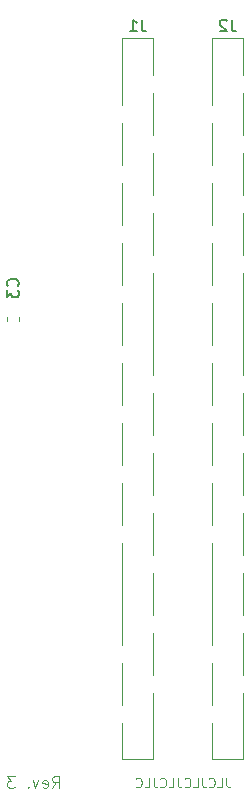
<source format=gbr>
G04 #@! TF.GenerationSoftware,KiCad,Pcbnew,9.0.7-9.0.7~ubuntu25.10.1*
G04 #@! TF.CreationDate,2026-02-01T15:36:24+09:00*
G04 #@! TF.ProjectId,bionic-tms370cx5x,62696f6e-6963-42d7-946d-733337306378,3*
G04 #@! TF.SameCoordinates,Original*
G04 #@! TF.FileFunction,Legend,Bot*
G04 #@! TF.FilePolarity,Positive*
%FSLAX46Y46*%
G04 Gerber Fmt 4.6, Leading zero omitted, Abs format (unit mm)*
G04 Created by KiCad (PCBNEW 9.0.7-9.0.7~ubuntu25.10.1) date 2026-02-01 15:36:24*
%MOMM*%
%LPD*%
G01*
G04 APERTURE LIST*
%ADD10C,0.100000*%
%ADD11C,0.125000*%
%ADD12C,0.150000*%
%ADD13C,0.120000*%
G04 APERTURE END LIST*
D10*
X117395238Y-136406895D02*
X117395238Y-136978323D01*
X117395238Y-136978323D02*
X117433333Y-137092609D01*
X117433333Y-137092609D02*
X117509524Y-137168800D01*
X117509524Y-137168800D02*
X117623809Y-137206895D01*
X117623809Y-137206895D02*
X117700000Y-137206895D01*
X116633333Y-137206895D02*
X117014285Y-137206895D01*
X117014285Y-137206895D02*
X117014285Y-136406895D01*
X115909523Y-137130704D02*
X115947619Y-137168800D01*
X115947619Y-137168800D02*
X116061904Y-137206895D01*
X116061904Y-137206895D02*
X116138095Y-137206895D01*
X116138095Y-137206895D02*
X116252381Y-137168800D01*
X116252381Y-137168800D02*
X116328571Y-137092609D01*
X116328571Y-137092609D02*
X116366666Y-137016419D01*
X116366666Y-137016419D02*
X116404762Y-136864038D01*
X116404762Y-136864038D02*
X116404762Y-136749752D01*
X116404762Y-136749752D02*
X116366666Y-136597371D01*
X116366666Y-136597371D02*
X116328571Y-136521180D01*
X116328571Y-136521180D02*
X116252381Y-136444990D01*
X116252381Y-136444990D02*
X116138095Y-136406895D01*
X116138095Y-136406895D02*
X116061904Y-136406895D01*
X116061904Y-136406895D02*
X115947619Y-136444990D01*
X115947619Y-136444990D02*
X115909523Y-136483085D01*
X115338095Y-136406895D02*
X115338095Y-136978323D01*
X115338095Y-136978323D02*
X115376190Y-137092609D01*
X115376190Y-137092609D02*
X115452381Y-137168800D01*
X115452381Y-137168800D02*
X115566666Y-137206895D01*
X115566666Y-137206895D02*
X115642857Y-137206895D01*
X114576190Y-137206895D02*
X114957142Y-137206895D01*
X114957142Y-137206895D02*
X114957142Y-136406895D01*
X113852380Y-137130704D02*
X113890476Y-137168800D01*
X113890476Y-137168800D02*
X114004761Y-137206895D01*
X114004761Y-137206895D02*
X114080952Y-137206895D01*
X114080952Y-137206895D02*
X114195238Y-137168800D01*
X114195238Y-137168800D02*
X114271428Y-137092609D01*
X114271428Y-137092609D02*
X114309523Y-137016419D01*
X114309523Y-137016419D02*
X114347619Y-136864038D01*
X114347619Y-136864038D02*
X114347619Y-136749752D01*
X114347619Y-136749752D02*
X114309523Y-136597371D01*
X114309523Y-136597371D02*
X114271428Y-136521180D01*
X114271428Y-136521180D02*
X114195238Y-136444990D01*
X114195238Y-136444990D02*
X114080952Y-136406895D01*
X114080952Y-136406895D02*
X114004761Y-136406895D01*
X114004761Y-136406895D02*
X113890476Y-136444990D01*
X113890476Y-136444990D02*
X113852380Y-136483085D01*
X113280952Y-136406895D02*
X113280952Y-136978323D01*
X113280952Y-136978323D02*
X113319047Y-137092609D01*
X113319047Y-137092609D02*
X113395238Y-137168800D01*
X113395238Y-137168800D02*
X113509523Y-137206895D01*
X113509523Y-137206895D02*
X113585714Y-137206895D01*
X112519047Y-137206895D02*
X112899999Y-137206895D01*
X112899999Y-137206895D02*
X112899999Y-136406895D01*
X111795237Y-137130704D02*
X111833333Y-137168800D01*
X111833333Y-137168800D02*
X111947618Y-137206895D01*
X111947618Y-137206895D02*
X112023809Y-137206895D01*
X112023809Y-137206895D02*
X112138095Y-137168800D01*
X112138095Y-137168800D02*
X112214285Y-137092609D01*
X112214285Y-137092609D02*
X112252380Y-137016419D01*
X112252380Y-137016419D02*
X112290476Y-136864038D01*
X112290476Y-136864038D02*
X112290476Y-136749752D01*
X112290476Y-136749752D02*
X112252380Y-136597371D01*
X112252380Y-136597371D02*
X112214285Y-136521180D01*
X112214285Y-136521180D02*
X112138095Y-136444990D01*
X112138095Y-136444990D02*
X112023809Y-136406895D01*
X112023809Y-136406895D02*
X111947618Y-136406895D01*
X111947618Y-136406895D02*
X111833333Y-136444990D01*
X111833333Y-136444990D02*
X111795237Y-136483085D01*
X111223809Y-136406895D02*
X111223809Y-136978323D01*
X111223809Y-136978323D02*
X111261904Y-137092609D01*
X111261904Y-137092609D02*
X111338095Y-137168800D01*
X111338095Y-137168800D02*
X111452380Y-137206895D01*
X111452380Y-137206895D02*
X111528571Y-137206895D01*
X110461904Y-137206895D02*
X110842856Y-137206895D01*
X110842856Y-137206895D02*
X110842856Y-136406895D01*
X109738094Y-137130704D02*
X109776190Y-137168800D01*
X109776190Y-137168800D02*
X109890475Y-137206895D01*
X109890475Y-137206895D02*
X109966666Y-137206895D01*
X109966666Y-137206895D02*
X110080952Y-137168800D01*
X110080952Y-137168800D02*
X110157142Y-137092609D01*
X110157142Y-137092609D02*
X110195237Y-137016419D01*
X110195237Y-137016419D02*
X110233333Y-136864038D01*
X110233333Y-136864038D02*
X110233333Y-136749752D01*
X110233333Y-136749752D02*
X110195237Y-136597371D01*
X110195237Y-136597371D02*
X110157142Y-136521180D01*
X110157142Y-136521180D02*
X110080952Y-136444990D01*
X110080952Y-136444990D02*
X109966666Y-136406895D01*
X109966666Y-136406895D02*
X109890475Y-136406895D01*
X109890475Y-136406895D02*
X109776190Y-136444990D01*
X109776190Y-136444990D02*
X109738094Y-136483085D01*
D11*
X102648240Y-137258119D02*
X102981573Y-136781928D01*
X103219668Y-137258119D02*
X103219668Y-136258119D01*
X103219668Y-136258119D02*
X102838716Y-136258119D01*
X102838716Y-136258119D02*
X102743478Y-136305738D01*
X102743478Y-136305738D02*
X102695859Y-136353357D01*
X102695859Y-136353357D02*
X102648240Y-136448595D01*
X102648240Y-136448595D02*
X102648240Y-136591452D01*
X102648240Y-136591452D02*
X102695859Y-136686690D01*
X102695859Y-136686690D02*
X102743478Y-136734309D01*
X102743478Y-136734309D02*
X102838716Y-136781928D01*
X102838716Y-136781928D02*
X103219668Y-136781928D01*
X101838716Y-137210500D02*
X101933954Y-137258119D01*
X101933954Y-137258119D02*
X102124430Y-137258119D01*
X102124430Y-137258119D02*
X102219668Y-137210500D01*
X102219668Y-137210500D02*
X102267287Y-137115261D01*
X102267287Y-137115261D02*
X102267287Y-136734309D01*
X102267287Y-136734309D02*
X102219668Y-136639071D01*
X102219668Y-136639071D02*
X102124430Y-136591452D01*
X102124430Y-136591452D02*
X101933954Y-136591452D01*
X101933954Y-136591452D02*
X101838716Y-136639071D01*
X101838716Y-136639071D02*
X101791097Y-136734309D01*
X101791097Y-136734309D02*
X101791097Y-136829547D01*
X101791097Y-136829547D02*
X102267287Y-136924785D01*
X101457763Y-136591452D02*
X101219668Y-137258119D01*
X101219668Y-137258119D02*
X100981573Y-136591452D01*
X100600620Y-137162880D02*
X100553001Y-137210500D01*
X100553001Y-137210500D02*
X100600620Y-137258119D01*
X100600620Y-137258119D02*
X100648239Y-137210500D01*
X100648239Y-137210500D02*
X100600620Y-137162880D01*
X100600620Y-137162880D02*
X100600620Y-137258119D01*
X99457763Y-136258119D02*
X98838716Y-136258119D01*
X98838716Y-136258119D02*
X99172049Y-136639071D01*
X99172049Y-136639071D02*
X99029192Y-136639071D01*
X99029192Y-136639071D02*
X98933954Y-136686690D01*
X98933954Y-136686690D02*
X98886335Y-136734309D01*
X98886335Y-136734309D02*
X98838716Y-136829547D01*
X98838716Y-136829547D02*
X98838716Y-137067642D01*
X98838716Y-137067642D02*
X98886335Y-137162880D01*
X98886335Y-137162880D02*
X98933954Y-137210500D01*
X98933954Y-137210500D02*
X99029192Y-137258119D01*
X99029192Y-137258119D02*
X99314906Y-137258119D01*
X99314906Y-137258119D02*
X99410144Y-137210500D01*
X99410144Y-137210500D02*
X99457763Y-137162880D01*
D12*
X117843333Y-72204819D02*
X117843333Y-72919104D01*
X117843333Y-72919104D02*
X117890952Y-73061961D01*
X117890952Y-73061961D02*
X117986190Y-73157200D01*
X117986190Y-73157200D02*
X118129047Y-73204819D01*
X118129047Y-73204819D02*
X118224285Y-73204819D01*
X117414761Y-72300057D02*
X117367142Y-72252438D01*
X117367142Y-72252438D02*
X117271904Y-72204819D01*
X117271904Y-72204819D02*
X117033809Y-72204819D01*
X117033809Y-72204819D02*
X116938571Y-72252438D01*
X116938571Y-72252438D02*
X116890952Y-72300057D01*
X116890952Y-72300057D02*
X116843333Y-72395295D01*
X116843333Y-72395295D02*
X116843333Y-72490533D01*
X116843333Y-72490533D02*
X116890952Y-72633390D01*
X116890952Y-72633390D02*
X117462380Y-73204819D01*
X117462380Y-73204819D02*
X116843333Y-73204819D01*
X99708580Y-94755833D02*
X99756200Y-94708214D01*
X99756200Y-94708214D02*
X99803819Y-94565357D01*
X99803819Y-94565357D02*
X99803819Y-94470119D01*
X99803819Y-94470119D02*
X99756200Y-94327262D01*
X99756200Y-94327262D02*
X99660961Y-94232024D01*
X99660961Y-94232024D02*
X99565723Y-94184405D01*
X99565723Y-94184405D02*
X99375247Y-94136786D01*
X99375247Y-94136786D02*
X99232390Y-94136786D01*
X99232390Y-94136786D02*
X99041914Y-94184405D01*
X99041914Y-94184405D02*
X98946676Y-94232024D01*
X98946676Y-94232024D02*
X98851438Y-94327262D01*
X98851438Y-94327262D02*
X98803819Y-94470119D01*
X98803819Y-94470119D02*
X98803819Y-94565357D01*
X98803819Y-94565357D02*
X98851438Y-94708214D01*
X98851438Y-94708214D02*
X98899057Y-94755833D01*
X98803819Y-95089167D02*
X98803819Y-95708214D01*
X98803819Y-95708214D02*
X99184771Y-95374881D01*
X99184771Y-95374881D02*
X99184771Y-95517738D01*
X99184771Y-95517738D02*
X99232390Y-95612976D01*
X99232390Y-95612976D02*
X99280009Y-95660595D01*
X99280009Y-95660595D02*
X99375247Y-95708214D01*
X99375247Y-95708214D02*
X99613342Y-95708214D01*
X99613342Y-95708214D02*
X99708580Y-95660595D01*
X99708580Y-95660595D02*
X99756200Y-95612976D01*
X99756200Y-95612976D02*
X99803819Y-95517738D01*
X99803819Y-95517738D02*
X99803819Y-95232024D01*
X99803819Y-95232024D02*
X99756200Y-95136786D01*
X99756200Y-95136786D02*
X99708580Y-95089167D01*
X110223333Y-72204819D02*
X110223333Y-72919104D01*
X110223333Y-72919104D02*
X110270952Y-73061961D01*
X110270952Y-73061961D02*
X110366190Y-73157200D01*
X110366190Y-73157200D02*
X110509047Y-73204819D01*
X110509047Y-73204819D02*
X110604285Y-73204819D01*
X109223333Y-73204819D02*
X109794761Y-73204819D01*
X109509047Y-73204819D02*
X109509047Y-72204819D01*
X109509047Y-72204819D02*
X109604285Y-72347676D01*
X109604285Y-72347676D02*
X109699523Y-72442914D01*
X109699523Y-72442914D02*
X109794761Y-72490533D01*
D13*
X116180000Y-74320000D02*
X116180000Y-73750000D01*
X116180000Y-79400000D02*
X116180000Y-74320000D01*
X116180000Y-84480000D02*
X116180000Y-80920000D01*
X116180000Y-89560000D02*
X116180000Y-86000000D01*
X116180000Y-94640000D02*
X116180000Y-91080000D01*
X116180000Y-99720000D02*
X116180000Y-96160000D01*
X116180000Y-104800000D02*
X116180000Y-101240000D01*
X116180000Y-109880000D02*
X116180000Y-106320000D01*
X116180000Y-114960000D02*
X116180000Y-111400000D01*
X116180000Y-121560000D02*
X116180000Y-116480000D01*
X116180000Y-125120000D02*
X116180000Y-121560000D01*
X116180000Y-130200000D02*
X116180000Y-126640000D01*
X116180000Y-134830000D02*
X116180000Y-131720000D01*
X118840000Y-73750000D02*
X116180000Y-73750000D01*
X118840000Y-76860000D02*
X118840000Y-73750000D01*
X118840000Y-81940000D02*
X118840000Y-78380000D01*
X118840000Y-87020000D02*
X118840000Y-83460000D01*
X118840000Y-92100000D02*
X118840000Y-88540000D01*
X118840000Y-98700000D02*
X118840000Y-93620000D01*
X118840000Y-102260000D02*
X118840000Y-98700000D01*
X118840000Y-107340000D02*
X118840000Y-103780000D01*
X118840000Y-112420000D02*
X118840000Y-108860000D01*
X118840000Y-117500000D02*
X118840000Y-113940000D01*
X118840000Y-122580000D02*
X118840000Y-119020000D01*
X118840000Y-127660000D02*
X118840000Y-124100000D01*
X118840000Y-134260000D02*
X118840000Y-129180000D01*
X118840000Y-134830000D02*
X116180000Y-134830000D01*
X118840000Y-134830000D02*
X118840000Y-134260000D01*
X98839000Y-97416733D02*
X98839000Y-97709267D01*
X99859000Y-97416733D02*
X99859000Y-97709267D01*
X108560000Y-75840000D02*
X108560000Y-73750000D01*
X108560000Y-79400000D02*
X108560000Y-75840000D01*
X108560000Y-84480000D02*
X108560000Y-80920000D01*
X108560000Y-89560000D02*
X108560000Y-86000000D01*
X108560000Y-94640000D02*
X108560000Y-91080000D01*
X108560000Y-99720000D02*
X108560000Y-96160000D01*
X108560000Y-104800000D02*
X108560000Y-101240000D01*
X108560000Y-109880000D02*
X108560000Y-106320000D01*
X108560000Y-114960000D02*
X108560000Y-111400000D01*
X108560000Y-121560000D02*
X108560000Y-116480000D01*
X108560000Y-125120000D02*
X108560000Y-121560000D01*
X108560000Y-130200000D02*
X108560000Y-126640000D01*
X108560000Y-134830000D02*
X108560000Y-131720000D01*
X111220000Y-73750000D02*
X108560000Y-73750000D01*
X111220000Y-76860000D02*
X111220000Y-73750000D01*
X111220000Y-81940000D02*
X111220000Y-78380000D01*
X111220000Y-87020000D02*
X111220000Y-83460000D01*
X111220000Y-92100000D02*
X111220000Y-88540000D01*
X111220000Y-98700000D02*
X111220000Y-93620000D01*
X111220000Y-102260000D02*
X111220000Y-98700000D01*
X111220000Y-107340000D02*
X111220000Y-103780000D01*
X111220000Y-112420000D02*
X111220000Y-108860000D01*
X111220000Y-117500000D02*
X111220000Y-113940000D01*
X111220000Y-122580000D02*
X111220000Y-119020000D01*
X111220000Y-127660000D02*
X111220000Y-124100000D01*
X111220000Y-134260000D02*
X111220000Y-129180000D01*
X111220000Y-134830000D02*
X108560000Y-134830000D01*
X111220000Y-134830000D02*
X111220000Y-134260000D01*
M02*

</source>
